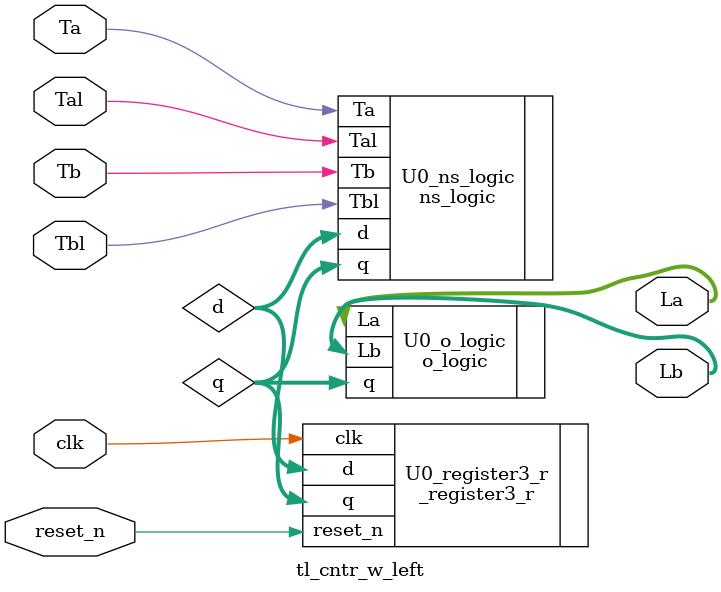
<source format=v>
module tl_cntr_w_left(clk, reset_n, Ta, Tal, Tb, Tbl, La, Lb);
//
input clk, reset_n, Ta, Tal, Tb, Tbl;
output [1:0] La, Lb;
wire [2:0] q, d;

ns_logic U0_ns_logic(.q(q[2:0]), .Ta(Ta), .Tal(Tal), .Tb(Tb), .Tbl(Tbl), .d(d[2:0]));
_register3_r U0_register3_r(.clk(clk), .reset_n(reset_n), .d(d[2:0]), .q(q[2:0]));
o_logic U0_o_logic(.q(q[2:0]), .La(La[1:0]), .Lb(Lb[1:0]));
//instance of ns_logic, register3, o_logic
endmodule 
</source>
